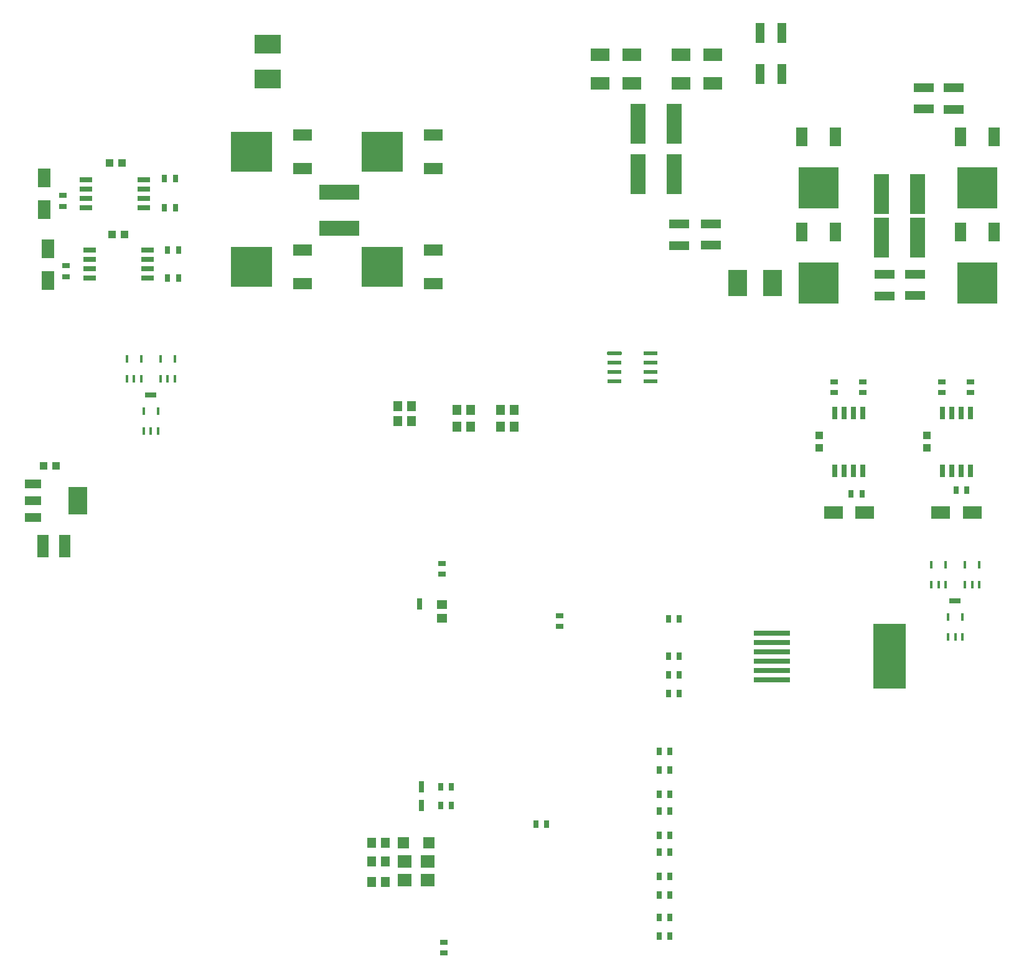
<source format=gtp>
%FSLAX25Y25*%
%MOIN*%
G70*
G01*
G75*
G04 Layer_Color=8421504*
%ADD10R,0.04500X0.05300*%
%ADD11R,0.05118X0.10630*%
%ADD12R,0.10630X0.05118*%
%ADD13O,0.00700X0.01400*%
%ADD14O,0.01400X0.00700*%
%ADD15R,0.01772X0.04134*%
%ADD16R,0.07000X0.03000*%
%ADD17C,0.04921*%
%ADD18R,0.03000X0.04100*%
%ADD19R,0.04100X0.03000*%
%ADD20R,0.06890X0.10433*%
%ADD21R,0.10433X0.06890*%
%ADD22R,0.06299X0.03150*%
%ADD23R,0.03000X0.07000*%
G04:AMPARAMS|DCode=24|XSize=43.31mil|YSize=39.37mil|CornerRadius=0mil|HoleSize=0mil|Usage=FLASHONLY|Rotation=0.000|XOffset=0mil|YOffset=0mil|HoleType=Round|Shape=RoundedRectangle|*
%AMROUNDEDRECTD24*
21,1,0.04331,0.03937,0,0,0.0*
21,1,0.04331,0.03937,0,0,0.0*
1,1,0.00000,0.02165,-0.01969*
1,1,0.00000,-0.02165,-0.01969*
1,1,0.00000,-0.02165,0.01969*
1,1,0.00000,0.02165,0.01969*
%
%ADD24ROUNDEDRECTD24*%
G04:AMPARAMS|DCode=25|XSize=118.11mil|YSize=61.02mil|CornerRadius=0mil|HoleSize=0mil|Usage=FLASHONLY|Rotation=90.000|XOffset=0mil|YOffset=0mil|HoleType=Round|Shape=RoundedRectangle|*
%AMROUNDEDRECTD25*
21,1,0.11811,0.06102,0,0,90.0*
21,1,0.11811,0.06102,0,0,90.0*
1,1,0.00000,0.03051,0.05906*
1,1,0.00000,0.03051,-0.05906*
1,1,0.00000,-0.03051,-0.05906*
1,1,0.00000,-0.03051,0.05906*
%
%ADD25ROUNDEDRECTD25*%
%ADD26R,0.09000X0.05000*%
%ADD27R,0.10000X0.15000*%
%ADD28R,0.10236X0.13976*%
%ADD29R,0.13976X0.10236*%
%ADD30R,0.07795X0.02087*%
G04:AMPARAMS|DCode=31|XSize=20.87mil|YSize=77.95mil|CornerRadius=0mil|HoleSize=0mil|Usage=FLASHONLY|Rotation=270.000|XOffset=0mil|YOffset=0mil|HoleType=Round|Shape=Octagon|*
%AMOCTAGOND31*
4,1,8,0.03898,0.00522,0.03898,-0.00522,0.03376,-0.01043,-0.03376,-0.01043,-0.03898,-0.00522,-0.03898,0.00522,-0.03376,0.01043,0.03376,0.01043,0.03898,0.00522,0.0*
%
%ADD31OCTAGOND31*%

%ADD32R,0.07874X0.21260*%
%ADD33R,0.10300X0.06200*%
%ADD34R,0.22000X0.21400*%
%ADD35R,0.10400X0.06200*%
%ADD36R,0.21260X0.07874*%
%ADD37R,0.06200X0.10300*%
%ADD38R,0.21400X0.22000*%
%ADD39R,0.06200X0.10400*%
%ADD40R,0.19685X0.02992*%
%ADD41R,0.17716X0.34646*%
%ADD42R,0.03150X0.06299*%
%ADD43R,0.05500X0.04500*%
%ADD44C,0.05000*%
%ADD45R,0.07800X0.07000*%
%ADD46R,0.07800X0.07000*%
%ADD47R,0.05906X0.05906*%
%ADD48R,0.05906X0.05906*%
G04:AMPARAMS|DCode=49|XSize=43.31mil|YSize=39.37mil|CornerRadius=0mil|HoleSize=0mil|Usage=FLASHONLY|Rotation=90.000|XOffset=0mil|YOffset=0mil|HoleType=Round|Shape=RoundedRectangle|*
%AMROUNDEDRECTD49*
21,1,0.04331,0.03937,0,0,90.0*
21,1,0.04331,0.03937,0,0,90.0*
1,1,0.00000,0.01969,0.02165*
1,1,0.00000,0.01969,-0.02165*
1,1,0.00000,-0.01969,-0.02165*
1,1,0.00000,-0.01969,0.02165*
%
%ADD49ROUNDEDRECTD49*%
%ADD50C,0.03500*%
%ADD51C,0.00787*%
%ADD52C,0.01000*%
%ADD53R,0.19000X0.12392*%
%ADD54R,0.22666X0.07400*%
%ADD55R,0.29000X0.26000*%
%ADD56R,0.48000X0.07000*%
%ADD57R,0.11000X0.11000*%
%ADD58R,0.24969X0.14000*%
%ADD59R,0.38642X0.24252*%
%ADD60C,0.15748*%
%ADD61C,0.11811*%
%ADD62C,0.09449*%
%ADD63C,0.33000*%
%ADD64C,0.05700*%
%ADD65R,0.07500X0.07500*%
%ADD66C,0.07500*%
%ADD67C,0.07874*%
%ADD68C,0.07677*%
%ADD69C,0.00600*%
%ADD70C,0.00800*%
%ADD71C,0.00787*%
%ADD72C,0.00500*%
%ADD73C,0.00700*%
D10*
X-69647Y66000D02*
D03*
X-62353D02*
D03*
X-38000Y63000D02*
D03*
X-30706D02*
D03*
X-14647D02*
D03*
X-7353D02*
D03*
X-62353Y74000D02*
D03*
X-69647D02*
D03*
X-30706Y72000D02*
D03*
X-38000D02*
D03*
X-7353D02*
D03*
X-14647D02*
D03*
X-76353Y-181000D02*
D03*
X-83647D02*
D03*
X-76353Y-170000D02*
D03*
X-83647D02*
D03*
X-76353Y-160000D02*
D03*
X-83647D02*
D03*
D11*
X124339Y252200D02*
D03*
X135757D02*
D03*
Y274000D02*
D03*
X124339D02*
D03*
D12*
X98000Y171757D02*
D03*
Y160339D02*
D03*
X207083Y144757D02*
D03*
Y133339D02*
D03*
X228000Y233243D02*
D03*
Y244661D02*
D03*
X81000Y160243D02*
D03*
Y171661D02*
D03*
X190917Y133243D02*
D03*
Y144661D02*
D03*
X212000Y244757D02*
D03*
Y233339D02*
D03*
D15*
X-214740Y99315D02*
D03*
X-207260D02*
D03*
Y88685D02*
D03*
X-211000D02*
D03*
X-214740D02*
D03*
X-196740Y99315D02*
D03*
X-189260D02*
D03*
Y88685D02*
D03*
X-193000D02*
D03*
X-196740D02*
D03*
X234000Y-11000D02*
D03*
X241480D02*
D03*
Y-21630D02*
D03*
X237740D02*
D03*
X234000D02*
D03*
X216000Y-11000D02*
D03*
X223480D02*
D03*
Y-21630D02*
D03*
X219740D02*
D03*
X216000D02*
D03*
X-205740Y71315D02*
D03*
X-198260D02*
D03*
Y60685D02*
D03*
X-202000D02*
D03*
X-205740D02*
D03*
X225000Y-39000D02*
D03*
X232480D02*
D03*
Y-49630D02*
D03*
X228740D02*
D03*
X225000D02*
D03*
D16*
X-203900Y142900D02*
D03*
Y147900D02*
D03*
Y152900D02*
D03*
Y157900D02*
D03*
X-234900Y142900D02*
D03*
Y147900D02*
D03*
Y152900D02*
D03*
Y157900D02*
D03*
X-205654Y180600D02*
D03*
Y185600D02*
D03*
Y190600D02*
D03*
Y195600D02*
D03*
X-236653Y180600D02*
D03*
Y185600D02*
D03*
Y190600D02*
D03*
Y195600D02*
D03*
D18*
X-194704Y180600D02*
D03*
X-188910D02*
D03*
X229100Y29000D02*
D03*
X234900D02*
D03*
X-194704Y196100D02*
D03*
X-188910D02*
D03*
X80897Y-70000D02*
D03*
X75103D02*
D03*
X80897Y-80000D02*
D03*
X75103D02*
D03*
X80897Y-40000D02*
D03*
X75103D02*
D03*
Y-60000D02*
D03*
X80897D02*
D03*
X-41103Y-130000D02*
D03*
X-46897D02*
D03*
X-41103Y-140000D02*
D03*
X-46897D02*
D03*
X4100Y-150000D02*
D03*
X9900D02*
D03*
X-192950Y157900D02*
D03*
X-187157D02*
D03*
X-192950Y142900D02*
D03*
X-187157D02*
D03*
X173000Y27000D02*
D03*
X178800D02*
D03*
X75897Y-187800D02*
D03*
X70103D02*
D03*
Y-177800D02*
D03*
X75897D02*
D03*
Y-210000D02*
D03*
X70103D02*
D03*
Y-200000D02*
D03*
X75897D02*
D03*
Y-165000D02*
D03*
X70103D02*
D03*
Y-156000D02*
D03*
X75897D02*
D03*
Y-121000D02*
D03*
X70103D02*
D03*
Y-111000D02*
D03*
X75897D02*
D03*
Y-143000D02*
D03*
X70103D02*
D03*
Y-134000D02*
D03*
X75897D02*
D03*
D19*
X-249153Y187000D02*
D03*
Y181200D02*
D03*
X237035Y81450D02*
D03*
Y87243D02*
D03*
X221535Y81450D02*
D03*
Y87243D02*
D03*
X-45000Y-213100D02*
D03*
Y-218900D02*
D03*
X17000Y-38100D02*
D03*
Y-43900D02*
D03*
X-46000Y-10100D02*
D03*
Y-15900D02*
D03*
X-247400Y149300D02*
D03*
Y143500D02*
D03*
X163900Y81450D02*
D03*
Y87243D02*
D03*
X179400Y81450D02*
D03*
Y87243D02*
D03*
D20*
X-259000Y196465D02*
D03*
Y179535D02*
D03*
X-257000Y158465D02*
D03*
Y141535D02*
D03*
D21*
X221071Y17000D02*
D03*
X238000D02*
D03*
X38635Y247200D02*
D03*
X55565D02*
D03*
X38635Y262300D02*
D03*
X55565D02*
D03*
X82035Y247200D02*
D03*
X98965D02*
D03*
X82035Y262300D02*
D03*
X98965D02*
D03*
X163435Y17000D02*
D03*
X180365D02*
D03*
D22*
X-202225Y80000D02*
D03*
X228516Y-30315D02*
D03*
D23*
X237035Y70500D02*
D03*
X232035D02*
D03*
X227035D02*
D03*
X222035D02*
D03*
X237035Y39500D02*
D03*
X232035D02*
D03*
X227035D02*
D03*
X222035D02*
D03*
X179400Y70500D02*
D03*
X174400D02*
D03*
X169400D02*
D03*
X164400D02*
D03*
X179400Y39500D02*
D03*
X174400D02*
D03*
X169400D02*
D03*
X164400D02*
D03*
D24*
X-252654Y42000D02*
D03*
X-259347D02*
D03*
X-217454Y204300D02*
D03*
X-224147D02*
D03*
X-216154Y166100D02*
D03*
X-222847D02*
D03*
D25*
X-248193Y-1000D02*
D03*
X-259807D02*
D03*
D26*
X-265200Y32500D02*
D03*
Y23500D02*
D03*
Y14500D02*
D03*
D27*
X-241000Y23500D02*
D03*
D28*
X130850Y140000D02*
D03*
X112150D02*
D03*
D29*
X-139370Y249311D02*
D03*
Y268012D02*
D03*
D30*
X65705Y102500D02*
D03*
Y97500D02*
D03*
Y92500D02*
D03*
Y87500D02*
D03*
X46295Y97500D02*
D03*
Y92500D02*
D03*
Y87500D02*
D03*
D31*
Y102500D02*
D03*
D32*
X58854Y198500D02*
D03*
X78146D02*
D03*
X58854Y225500D02*
D03*
X78146D02*
D03*
X189354Y187800D02*
D03*
X208646D02*
D03*
X189354Y164300D02*
D03*
X208646D02*
D03*
D33*
X-120700Y139900D02*
D03*
Y201400D02*
D03*
X-50700Y139900D02*
D03*
Y201400D02*
D03*
D34*
X-148000Y148900D02*
D03*
Y210400D02*
D03*
X-78000Y148900D02*
D03*
Y210400D02*
D03*
D35*
X-120700Y157900D02*
D03*
Y219400D02*
D03*
X-50700Y157900D02*
D03*
Y219400D02*
D03*
D36*
X-101000Y169354D02*
D03*
Y188646D02*
D03*
D37*
X164500Y167300D02*
D03*
X249500D02*
D03*
X164500Y218300D02*
D03*
X249500D02*
D03*
D38*
X155500Y140000D02*
D03*
X240500D02*
D03*
X155500Y191000D02*
D03*
X240500D02*
D03*
D39*
X146500Y167300D02*
D03*
X231500D02*
D03*
X146500Y218300D02*
D03*
X231500D02*
D03*
D40*
X130504Y-47500D02*
D03*
Y-52500D02*
D03*
Y-62500D02*
D03*
Y-57500D02*
D03*
Y-67500D02*
D03*
Y-72500D02*
D03*
D41*
X193506Y-60000D02*
D03*
D42*
X-57000Y-130000D02*
D03*
Y-140000D02*
D03*
X-58000Y-32000D02*
D03*
D43*
X-46000Y-32350D02*
D03*
Y-39650D02*
D03*
D45*
X-66250Y-180000D02*
D03*
Y-170000D02*
D03*
D46*
X-53750Y-180000D02*
D03*
Y-170000D02*
D03*
D47*
X-66890Y-160000D02*
D03*
D48*
X-53110D02*
D03*
D49*
X155900Y58346D02*
D03*
Y51653D02*
D03*
X213535Y58346D02*
D03*
Y51654D02*
D03*
M02*

</source>
